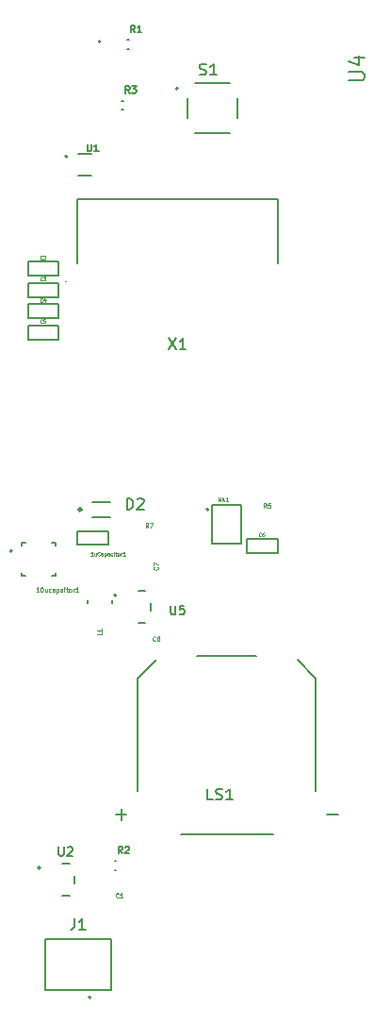
<source format=gbr>
%TF.GenerationSoftware,KiCad,Pcbnew,9.0.2*%
%TF.CreationDate,2025-07-20T12:07:01-04:00*%
%TF.ProjectId,Glasses_V0.1,476c6173-7365-4735-9f56-302e312e6b69,rev?*%
%TF.SameCoordinates,Original*%
%TF.FileFunction,Legend,Top*%
%TF.FilePolarity,Positive*%
%FSLAX46Y46*%
G04 Gerber Fmt 4.6, Leading zero omitted, Abs format (unit mm)*
G04 Created by KiCad (PCBNEW 9.0.2) date 2025-07-20 12:07:01*
%MOMM*%
%LPD*%
G01*
G04 APERTURE LIST*
%ADD10C,0.150000*%
%ADD11C,0.098425*%
%ADD12C,0.080000*%
%ADD13C,0.080211*%
%ADD14C,0.127000*%
%ADD15C,0.200000*%
%ADD16C,0.240000*%
%ADD17C,0.100000*%
G04 APERTURE END LIST*
D10*
X38259380Y-48306876D02*
X38259380Y-48824971D01*
X38259380Y-48824971D02*
X38289857Y-48885923D01*
X38289857Y-48885923D02*
X38320333Y-48916400D01*
X38320333Y-48916400D02*
X38381285Y-48946876D01*
X38381285Y-48946876D02*
X38503190Y-48946876D01*
X38503190Y-48946876D02*
X38564142Y-48916400D01*
X38564142Y-48916400D02*
X38594619Y-48885923D01*
X38594619Y-48885923D02*
X38625095Y-48824971D01*
X38625095Y-48824971D02*
X38625095Y-48306876D01*
X39265095Y-48946876D02*
X38899380Y-48946876D01*
X39082237Y-48946876D02*
X39082237Y-48306876D01*
X39082237Y-48306876D02*
X39021285Y-48398304D01*
X39021285Y-48398304D02*
X38960333Y-48459257D01*
X38960333Y-48459257D02*
X38899380Y-48489733D01*
D11*
X44384383Y-92849519D02*
X44365635Y-92868267D01*
X44365635Y-92868267D02*
X44309392Y-92887014D01*
X44309392Y-92887014D02*
X44271897Y-92887014D01*
X44271897Y-92887014D02*
X44215654Y-92868267D01*
X44215654Y-92868267D02*
X44178159Y-92830771D01*
X44178159Y-92830771D02*
X44159411Y-92793276D01*
X44159411Y-92793276D02*
X44140663Y-92718285D01*
X44140663Y-92718285D02*
X44140663Y-92662042D01*
X44140663Y-92662042D02*
X44159411Y-92587052D01*
X44159411Y-92587052D02*
X44178159Y-92549556D01*
X44178159Y-92549556D02*
X44215654Y-92512061D01*
X44215654Y-92512061D02*
X44271897Y-92493313D01*
X44271897Y-92493313D02*
X44309392Y-92493313D01*
X44309392Y-92493313D02*
X44365635Y-92512061D01*
X44365635Y-92512061D02*
X44384383Y-92530809D01*
X44609355Y-92662042D02*
X44571860Y-92643295D01*
X44571860Y-92643295D02*
X44553112Y-92624547D01*
X44553112Y-92624547D02*
X44534364Y-92587052D01*
X44534364Y-92587052D02*
X44534364Y-92568304D01*
X44534364Y-92568304D02*
X44553112Y-92530809D01*
X44553112Y-92530809D02*
X44571860Y-92512061D01*
X44571860Y-92512061D02*
X44609355Y-92493313D01*
X44609355Y-92493313D02*
X44684346Y-92493313D01*
X44684346Y-92493313D02*
X44721841Y-92512061D01*
X44721841Y-92512061D02*
X44740589Y-92530809D01*
X44740589Y-92530809D02*
X44759336Y-92568304D01*
X44759336Y-92568304D02*
X44759336Y-92587052D01*
X44759336Y-92587052D02*
X44740589Y-92624547D01*
X44740589Y-92624547D02*
X44721841Y-92643295D01*
X44721841Y-92643295D02*
X44684346Y-92662042D01*
X44684346Y-92662042D02*
X44609355Y-92662042D01*
X44609355Y-92662042D02*
X44571860Y-92680790D01*
X44571860Y-92680790D02*
X44553112Y-92699538D01*
X44553112Y-92699538D02*
X44534364Y-92737033D01*
X44534364Y-92737033D02*
X44534364Y-92812024D01*
X44534364Y-92812024D02*
X44553112Y-92849519D01*
X44553112Y-92849519D02*
X44571860Y-92868267D01*
X44571860Y-92868267D02*
X44609355Y-92887014D01*
X44609355Y-92887014D02*
X44684346Y-92887014D01*
X44684346Y-92887014D02*
X44721841Y-92868267D01*
X44721841Y-92868267D02*
X44740589Y-92849519D01*
X44740589Y-92849519D02*
X44759336Y-92812024D01*
X44759336Y-92812024D02*
X44759336Y-92737033D01*
X44759336Y-92737033D02*
X44740589Y-92699538D01*
X44740589Y-92699538D02*
X44721841Y-92680790D01*
X44721841Y-92680790D02*
X44684346Y-92662042D01*
X54334383Y-80946014D02*
X54203149Y-80758538D01*
X54109411Y-80946014D02*
X54109411Y-80552313D01*
X54109411Y-80552313D02*
X54259392Y-80552313D01*
X54259392Y-80552313D02*
X54296888Y-80571061D01*
X54296888Y-80571061D02*
X54315635Y-80589809D01*
X54315635Y-80589809D02*
X54334383Y-80627304D01*
X54334383Y-80627304D02*
X54334383Y-80683547D01*
X54334383Y-80683547D02*
X54315635Y-80721042D01*
X54315635Y-80721042D02*
X54296888Y-80739790D01*
X54296888Y-80739790D02*
X54259392Y-80758538D01*
X54259392Y-80758538D02*
X54109411Y-80758538D01*
X54690589Y-80552313D02*
X54503112Y-80552313D01*
X54503112Y-80552313D02*
X54484364Y-80739790D01*
X54484364Y-80739790D02*
X54503112Y-80721042D01*
X54503112Y-80721042D02*
X54540607Y-80702295D01*
X54540607Y-80702295D02*
X54634346Y-80702295D01*
X54634346Y-80702295D02*
X54671841Y-80721042D01*
X54671841Y-80721042D02*
X54690589Y-80739790D01*
X54690589Y-80739790D02*
X54709336Y-80777285D01*
X54709336Y-80777285D02*
X54709336Y-80871024D01*
X54709336Y-80871024D02*
X54690589Y-80908519D01*
X54690589Y-80908519D02*
X54671841Y-80927267D01*
X54671841Y-80927267D02*
X54634346Y-80946014D01*
X54634346Y-80946014D02*
X54540607Y-80946014D01*
X54540607Y-80946014D02*
X54503112Y-80927267D01*
X54503112Y-80927267D02*
X54484364Y-80908519D01*
D12*
X34211666Y-58620201D02*
X34196428Y-58635440D01*
X34196428Y-58635440D02*
X34150714Y-58650678D01*
X34150714Y-58650678D02*
X34120238Y-58650678D01*
X34120238Y-58650678D02*
X34074523Y-58635440D01*
X34074523Y-58635440D02*
X34044047Y-58604963D01*
X34044047Y-58604963D02*
X34028809Y-58574487D01*
X34028809Y-58574487D02*
X34013571Y-58513535D01*
X34013571Y-58513535D02*
X34013571Y-58467820D01*
X34013571Y-58467820D02*
X34028809Y-58406868D01*
X34028809Y-58406868D02*
X34044047Y-58376392D01*
X34044047Y-58376392D02*
X34074523Y-58345916D01*
X34074523Y-58345916D02*
X34120238Y-58330678D01*
X34120238Y-58330678D02*
X34150714Y-58330678D01*
X34150714Y-58330678D02*
X34196428Y-58345916D01*
X34196428Y-58345916D02*
X34211666Y-58361154D01*
X34333571Y-58361154D02*
X34348809Y-58345916D01*
X34348809Y-58345916D02*
X34379285Y-58330678D01*
X34379285Y-58330678D02*
X34455476Y-58330678D01*
X34455476Y-58330678D02*
X34485952Y-58345916D01*
X34485952Y-58345916D02*
X34501190Y-58361154D01*
X34501190Y-58361154D02*
X34516428Y-58391630D01*
X34516428Y-58391630D02*
X34516428Y-58422106D01*
X34516428Y-58422106D02*
X34501190Y-58467820D01*
X34501190Y-58467820D02*
X34318333Y-58650678D01*
X34318333Y-58650678D02*
X34516428Y-58650678D01*
D10*
X42065333Y-43751876D02*
X41851999Y-43447114D01*
X41699618Y-43751876D02*
X41699618Y-43111876D01*
X41699618Y-43111876D02*
X41943428Y-43111876D01*
X41943428Y-43111876D02*
X42004380Y-43142352D01*
X42004380Y-43142352D02*
X42034857Y-43172828D01*
X42034857Y-43172828D02*
X42065333Y-43233780D01*
X42065333Y-43233780D02*
X42065333Y-43325209D01*
X42065333Y-43325209D02*
X42034857Y-43386161D01*
X42034857Y-43386161D02*
X42004380Y-43416638D01*
X42004380Y-43416638D02*
X41943428Y-43447114D01*
X41943428Y-43447114D02*
X41699618Y-43447114D01*
X42278666Y-43111876D02*
X42674857Y-43111876D01*
X42674857Y-43111876D02*
X42461523Y-43355685D01*
X42461523Y-43355685D02*
X42552952Y-43355685D01*
X42552952Y-43355685D02*
X42613904Y-43386161D01*
X42613904Y-43386161D02*
X42644380Y-43416638D01*
X42644380Y-43416638D02*
X42674857Y-43477590D01*
X42674857Y-43477590D02*
X42674857Y-43629971D01*
X42674857Y-43629971D02*
X42644380Y-43690923D01*
X42644380Y-43690923D02*
X42613904Y-43721400D01*
X42613904Y-43721400D02*
X42552952Y-43751876D01*
X42552952Y-43751876D02*
X42370095Y-43751876D01*
X42370095Y-43751876D02*
X42309142Y-43721400D01*
X42309142Y-43721400D02*
X42278666Y-43690923D01*
D11*
X39547014Y-92140616D02*
X39547014Y-92328092D01*
X39547014Y-92328092D02*
X39153313Y-92328092D01*
X39547014Y-91803158D02*
X39547014Y-92028130D01*
X39547014Y-91915644D02*
X39153313Y-91915644D01*
X39153313Y-91915644D02*
X39209556Y-91953139D01*
X39209556Y-91953139D02*
X39247052Y-91990635D01*
X39247052Y-91990635D02*
X39265799Y-92028130D01*
X43749383Y-82727014D02*
X43618149Y-82539538D01*
X43524411Y-82727014D02*
X43524411Y-82333313D01*
X43524411Y-82333313D02*
X43674392Y-82333313D01*
X43674392Y-82333313D02*
X43711888Y-82352061D01*
X43711888Y-82352061D02*
X43730635Y-82370809D01*
X43730635Y-82370809D02*
X43749383Y-82408304D01*
X43749383Y-82408304D02*
X43749383Y-82464547D01*
X43749383Y-82464547D02*
X43730635Y-82502042D01*
X43730635Y-82502042D02*
X43711888Y-82520790D01*
X43711888Y-82520790D02*
X43674392Y-82539538D01*
X43674392Y-82539538D02*
X43524411Y-82539538D01*
X43880617Y-82333313D02*
X44143084Y-82333313D01*
X44143084Y-82333313D02*
X43974355Y-82727014D01*
D10*
X41806905Y-81099819D02*
X41806905Y-80099819D01*
X41806905Y-80099819D02*
X42045000Y-80099819D01*
X42045000Y-80099819D02*
X42187857Y-80147438D01*
X42187857Y-80147438D02*
X42283095Y-80242676D01*
X42283095Y-80242676D02*
X42330714Y-80337914D01*
X42330714Y-80337914D02*
X42378333Y-80528390D01*
X42378333Y-80528390D02*
X42378333Y-80671247D01*
X42378333Y-80671247D02*
X42330714Y-80861723D01*
X42330714Y-80861723D02*
X42283095Y-80956961D01*
X42283095Y-80956961D02*
X42187857Y-81052200D01*
X42187857Y-81052200D02*
X42045000Y-81099819D01*
X42045000Y-81099819D02*
X41806905Y-81099819D01*
X42759286Y-80195057D02*
X42806905Y-80147438D01*
X42806905Y-80147438D02*
X42902143Y-80099819D01*
X42902143Y-80099819D02*
X43140238Y-80099819D01*
X43140238Y-80099819D02*
X43235476Y-80147438D01*
X43235476Y-80147438D02*
X43283095Y-80195057D01*
X43283095Y-80195057D02*
X43330714Y-80290295D01*
X43330714Y-80290295D02*
X43330714Y-80385533D01*
X43330714Y-80385533D02*
X43283095Y-80528390D01*
X43283095Y-80528390D02*
X42711667Y-81099819D01*
X42711667Y-81099819D02*
X43330714Y-81099819D01*
D12*
X53871666Y-83469201D02*
X53856428Y-83484440D01*
X53856428Y-83484440D02*
X53810714Y-83499678D01*
X53810714Y-83499678D02*
X53780238Y-83499678D01*
X53780238Y-83499678D02*
X53734523Y-83484440D01*
X53734523Y-83484440D02*
X53704047Y-83453963D01*
X53704047Y-83453963D02*
X53688809Y-83423487D01*
X53688809Y-83423487D02*
X53673571Y-83362535D01*
X53673571Y-83362535D02*
X53673571Y-83316820D01*
X53673571Y-83316820D02*
X53688809Y-83255868D01*
X53688809Y-83255868D02*
X53704047Y-83225392D01*
X53704047Y-83225392D02*
X53734523Y-83194916D01*
X53734523Y-83194916D02*
X53780238Y-83179678D01*
X53780238Y-83179678D02*
X53810714Y-83179678D01*
X53810714Y-83179678D02*
X53856428Y-83194916D01*
X53856428Y-83194916D02*
X53871666Y-83210154D01*
X54145952Y-83179678D02*
X54084999Y-83179678D01*
X54084999Y-83179678D02*
X54054523Y-83194916D01*
X54054523Y-83194916D02*
X54039285Y-83210154D01*
X54039285Y-83210154D02*
X54008809Y-83255868D01*
X54008809Y-83255868D02*
X53993571Y-83316820D01*
X53993571Y-83316820D02*
X53993571Y-83438725D01*
X53993571Y-83438725D02*
X54008809Y-83469201D01*
X54008809Y-83469201D02*
X54024047Y-83484440D01*
X54024047Y-83484440D02*
X54054523Y-83499678D01*
X54054523Y-83499678D02*
X54115476Y-83499678D01*
X54115476Y-83499678D02*
X54145952Y-83484440D01*
X54145952Y-83484440D02*
X54161190Y-83469201D01*
X54161190Y-83469201D02*
X54176428Y-83438725D01*
X54176428Y-83438725D02*
X54176428Y-83362535D01*
X54176428Y-83362535D02*
X54161190Y-83332059D01*
X54161190Y-83332059D02*
X54145952Y-83316820D01*
X54145952Y-83316820D02*
X54115476Y-83301582D01*
X54115476Y-83301582D02*
X54054523Y-83301582D01*
X54054523Y-83301582D02*
X54024047Y-83316820D01*
X54024047Y-83316820D02*
X54008809Y-83332059D01*
X54008809Y-83332059D02*
X53993571Y-83362535D01*
D10*
X61770866Y-42626666D02*
X62904200Y-42626666D01*
X62904200Y-42626666D02*
X63037533Y-42560000D01*
X63037533Y-42560000D02*
X63104200Y-42493333D01*
X63104200Y-42493333D02*
X63170866Y-42360000D01*
X63170866Y-42360000D02*
X63170866Y-42093333D01*
X63170866Y-42093333D02*
X63104200Y-41960000D01*
X63104200Y-41960000D02*
X63037533Y-41893333D01*
X63037533Y-41893333D02*
X62904200Y-41826666D01*
X62904200Y-41826666D02*
X61770866Y-41826666D01*
X62237533Y-40559999D02*
X63170866Y-40559999D01*
X61704200Y-40893333D02*
X62704200Y-41226666D01*
X62704200Y-41226666D02*
X62704200Y-40359999D01*
D11*
X44589519Y-86264616D02*
X44608267Y-86283364D01*
X44608267Y-86283364D02*
X44627014Y-86339607D01*
X44627014Y-86339607D02*
X44627014Y-86377102D01*
X44627014Y-86377102D02*
X44608267Y-86433345D01*
X44608267Y-86433345D02*
X44570771Y-86470841D01*
X44570771Y-86470841D02*
X44533276Y-86489588D01*
X44533276Y-86489588D02*
X44458285Y-86508336D01*
X44458285Y-86508336D02*
X44402042Y-86508336D01*
X44402042Y-86508336D02*
X44327052Y-86489588D01*
X44327052Y-86489588D02*
X44289556Y-86470841D01*
X44289556Y-86470841D02*
X44252061Y-86433345D01*
X44252061Y-86433345D02*
X44233313Y-86377102D01*
X44233313Y-86377102D02*
X44233313Y-86339607D01*
X44233313Y-86339607D02*
X44252061Y-86283364D01*
X44252061Y-86283364D02*
X44270809Y-86264616D01*
X44233313Y-86133383D02*
X44233313Y-85870915D01*
X44233313Y-85870915D02*
X44627014Y-86039644D01*
D10*
X37106666Y-117789819D02*
X37106666Y-118504104D01*
X37106666Y-118504104D02*
X37059047Y-118646961D01*
X37059047Y-118646961D02*
X36963809Y-118742200D01*
X36963809Y-118742200D02*
X36820952Y-118789819D01*
X36820952Y-118789819D02*
X36725714Y-118789819D01*
X38106666Y-118789819D02*
X37535238Y-118789819D01*
X37820952Y-118789819D02*
X37820952Y-117789819D01*
X37820952Y-117789819D02*
X37725714Y-117932676D01*
X37725714Y-117932676D02*
X37630476Y-118027914D01*
X37630476Y-118027914D02*
X37535238Y-118075533D01*
D12*
X34211666Y-62430201D02*
X34196428Y-62445440D01*
X34196428Y-62445440D02*
X34150714Y-62460678D01*
X34150714Y-62460678D02*
X34120238Y-62460678D01*
X34120238Y-62460678D02*
X34074523Y-62445440D01*
X34074523Y-62445440D02*
X34044047Y-62414963D01*
X34044047Y-62414963D02*
X34028809Y-62384487D01*
X34028809Y-62384487D02*
X34013571Y-62323535D01*
X34013571Y-62323535D02*
X34013571Y-62277820D01*
X34013571Y-62277820D02*
X34028809Y-62216868D01*
X34028809Y-62216868D02*
X34044047Y-62186392D01*
X34044047Y-62186392D02*
X34074523Y-62155916D01*
X34074523Y-62155916D02*
X34120238Y-62140678D01*
X34120238Y-62140678D02*
X34150714Y-62140678D01*
X34150714Y-62140678D02*
X34196428Y-62155916D01*
X34196428Y-62155916D02*
X34211666Y-62171154D01*
X34485952Y-62247344D02*
X34485952Y-62460678D01*
X34409761Y-62125440D02*
X34333571Y-62354011D01*
X34333571Y-62354011D02*
X34531666Y-62354011D01*
D10*
X48356095Y-42069200D02*
X48498952Y-42116819D01*
X48498952Y-42116819D02*
X48737047Y-42116819D01*
X48737047Y-42116819D02*
X48832285Y-42069200D01*
X48832285Y-42069200D02*
X48879904Y-42021580D01*
X48879904Y-42021580D02*
X48927523Y-41926342D01*
X48927523Y-41926342D02*
X48927523Y-41831104D01*
X48927523Y-41831104D02*
X48879904Y-41735866D01*
X48879904Y-41735866D02*
X48832285Y-41688247D01*
X48832285Y-41688247D02*
X48737047Y-41640628D01*
X48737047Y-41640628D02*
X48546571Y-41593009D01*
X48546571Y-41593009D02*
X48451333Y-41545390D01*
X48451333Y-41545390D02*
X48403714Y-41497771D01*
X48403714Y-41497771D02*
X48356095Y-41402533D01*
X48356095Y-41402533D02*
X48356095Y-41307295D01*
X48356095Y-41307295D02*
X48403714Y-41212057D01*
X48403714Y-41212057D02*
X48451333Y-41164438D01*
X48451333Y-41164438D02*
X48546571Y-41116819D01*
X48546571Y-41116819D02*
X48784666Y-41116819D01*
X48784666Y-41116819D02*
X48927523Y-41164438D01*
X49879904Y-42116819D02*
X49308476Y-42116819D01*
X49594190Y-42116819D02*
X49594190Y-41116819D01*
X49594190Y-41116819D02*
X49498952Y-41259676D01*
X49498952Y-41259676D02*
X49403714Y-41354914D01*
X49403714Y-41354914D02*
X49308476Y-41402533D01*
D12*
X38761428Y-85233878D02*
X38578571Y-85233878D01*
X38669999Y-85233878D02*
X38669999Y-84913878D01*
X38669999Y-84913878D02*
X38639523Y-84959592D01*
X38639523Y-84959592D02*
X38609047Y-84990068D01*
X38609047Y-84990068D02*
X38578571Y-85005306D01*
X39035714Y-85020544D02*
X39035714Y-85233878D01*
X38898571Y-85020544D02*
X38898571Y-85188163D01*
X38898571Y-85188163D02*
X38913809Y-85218640D01*
X38913809Y-85218640D02*
X38944285Y-85233878D01*
X38944285Y-85233878D02*
X38990000Y-85233878D01*
X38990000Y-85233878D02*
X39020476Y-85218640D01*
X39020476Y-85218640D02*
X39035714Y-85203401D01*
X39370952Y-85203401D02*
X39355714Y-85218640D01*
X39355714Y-85218640D02*
X39310000Y-85233878D01*
X39310000Y-85233878D02*
X39279524Y-85233878D01*
X39279524Y-85233878D02*
X39233809Y-85218640D01*
X39233809Y-85218640D02*
X39203333Y-85188163D01*
X39203333Y-85188163D02*
X39188095Y-85157687D01*
X39188095Y-85157687D02*
X39172857Y-85096735D01*
X39172857Y-85096735D02*
X39172857Y-85051020D01*
X39172857Y-85051020D02*
X39188095Y-84990068D01*
X39188095Y-84990068D02*
X39203333Y-84959592D01*
X39203333Y-84959592D02*
X39233809Y-84929116D01*
X39233809Y-84929116D02*
X39279524Y-84913878D01*
X39279524Y-84913878D02*
X39310000Y-84913878D01*
X39310000Y-84913878D02*
X39355714Y-84929116D01*
X39355714Y-84929116D02*
X39370952Y-84944354D01*
X39645238Y-85233878D02*
X39645238Y-85066259D01*
X39645238Y-85066259D02*
X39630000Y-85035782D01*
X39630000Y-85035782D02*
X39599524Y-85020544D01*
X39599524Y-85020544D02*
X39538571Y-85020544D01*
X39538571Y-85020544D02*
X39508095Y-85035782D01*
X39645238Y-85218640D02*
X39614762Y-85233878D01*
X39614762Y-85233878D02*
X39538571Y-85233878D01*
X39538571Y-85233878D02*
X39508095Y-85218640D01*
X39508095Y-85218640D02*
X39492857Y-85188163D01*
X39492857Y-85188163D02*
X39492857Y-85157687D01*
X39492857Y-85157687D02*
X39508095Y-85127211D01*
X39508095Y-85127211D02*
X39538571Y-85111973D01*
X39538571Y-85111973D02*
X39614762Y-85111973D01*
X39614762Y-85111973D02*
X39645238Y-85096735D01*
X39797619Y-85020544D02*
X39797619Y-85340544D01*
X39797619Y-85035782D02*
X39828095Y-85020544D01*
X39828095Y-85020544D02*
X39889048Y-85020544D01*
X39889048Y-85020544D02*
X39919524Y-85035782D01*
X39919524Y-85035782D02*
X39934762Y-85051020D01*
X39934762Y-85051020D02*
X39950000Y-85081497D01*
X39950000Y-85081497D02*
X39950000Y-85172925D01*
X39950000Y-85172925D02*
X39934762Y-85203401D01*
X39934762Y-85203401D02*
X39919524Y-85218640D01*
X39919524Y-85218640D02*
X39889048Y-85233878D01*
X39889048Y-85233878D02*
X39828095Y-85233878D01*
X39828095Y-85233878D02*
X39797619Y-85218640D01*
X40224286Y-85233878D02*
X40224286Y-85066259D01*
X40224286Y-85066259D02*
X40209048Y-85035782D01*
X40209048Y-85035782D02*
X40178572Y-85020544D01*
X40178572Y-85020544D02*
X40117619Y-85020544D01*
X40117619Y-85020544D02*
X40087143Y-85035782D01*
X40224286Y-85218640D02*
X40193810Y-85233878D01*
X40193810Y-85233878D02*
X40117619Y-85233878D01*
X40117619Y-85233878D02*
X40087143Y-85218640D01*
X40087143Y-85218640D02*
X40071905Y-85188163D01*
X40071905Y-85188163D02*
X40071905Y-85157687D01*
X40071905Y-85157687D02*
X40087143Y-85127211D01*
X40087143Y-85127211D02*
X40117619Y-85111973D01*
X40117619Y-85111973D02*
X40193810Y-85111973D01*
X40193810Y-85111973D02*
X40224286Y-85096735D01*
X40513810Y-85218640D02*
X40483334Y-85233878D01*
X40483334Y-85233878D02*
X40422381Y-85233878D01*
X40422381Y-85233878D02*
X40391905Y-85218640D01*
X40391905Y-85218640D02*
X40376667Y-85203401D01*
X40376667Y-85203401D02*
X40361429Y-85172925D01*
X40361429Y-85172925D02*
X40361429Y-85081497D01*
X40361429Y-85081497D02*
X40376667Y-85051020D01*
X40376667Y-85051020D02*
X40391905Y-85035782D01*
X40391905Y-85035782D02*
X40422381Y-85020544D01*
X40422381Y-85020544D02*
X40483334Y-85020544D01*
X40483334Y-85020544D02*
X40513810Y-85035782D01*
X40650953Y-85233878D02*
X40650953Y-85020544D01*
X40650953Y-84913878D02*
X40635715Y-84929116D01*
X40635715Y-84929116D02*
X40650953Y-84944354D01*
X40650953Y-84944354D02*
X40666191Y-84929116D01*
X40666191Y-84929116D02*
X40650953Y-84913878D01*
X40650953Y-84913878D02*
X40650953Y-84944354D01*
X40757620Y-85020544D02*
X40879524Y-85020544D01*
X40803334Y-84913878D02*
X40803334Y-85188163D01*
X40803334Y-85188163D02*
X40818572Y-85218640D01*
X40818572Y-85218640D02*
X40849048Y-85233878D01*
X40849048Y-85233878D02*
X40879524Y-85233878D01*
X41031905Y-85233878D02*
X41001429Y-85218640D01*
X41001429Y-85218640D02*
X40986191Y-85203401D01*
X40986191Y-85203401D02*
X40970953Y-85172925D01*
X40970953Y-85172925D02*
X40970953Y-85081497D01*
X40970953Y-85081497D02*
X40986191Y-85051020D01*
X40986191Y-85051020D02*
X41001429Y-85035782D01*
X41001429Y-85035782D02*
X41031905Y-85020544D01*
X41031905Y-85020544D02*
X41077620Y-85020544D01*
X41077620Y-85020544D02*
X41108096Y-85035782D01*
X41108096Y-85035782D02*
X41123334Y-85051020D01*
X41123334Y-85051020D02*
X41138572Y-85081497D01*
X41138572Y-85081497D02*
X41138572Y-85172925D01*
X41138572Y-85172925D02*
X41123334Y-85203401D01*
X41123334Y-85203401D02*
X41108096Y-85218640D01*
X41108096Y-85218640D02*
X41077620Y-85233878D01*
X41077620Y-85233878D02*
X41031905Y-85233878D01*
X41275715Y-85233878D02*
X41275715Y-85020544D01*
X41275715Y-85081497D02*
X41290953Y-85051020D01*
X41290953Y-85051020D02*
X41306191Y-85035782D01*
X41306191Y-85035782D02*
X41336667Y-85020544D01*
X41336667Y-85020544D02*
X41367144Y-85020544D01*
X41641429Y-85233878D02*
X41458572Y-85233878D01*
X41550000Y-85233878D02*
X41550000Y-84913878D01*
X41550000Y-84913878D02*
X41519524Y-84959592D01*
X41519524Y-84959592D02*
X41489048Y-84990068D01*
X41489048Y-84990068D02*
X41458572Y-85005306D01*
X34211666Y-60525201D02*
X34196428Y-60540440D01*
X34196428Y-60540440D02*
X34150714Y-60555678D01*
X34150714Y-60555678D02*
X34120238Y-60555678D01*
X34120238Y-60555678D02*
X34074523Y-60540440D01*
X34074523Y-60540440D02*
X34044047Y-60509963D01*
X34044047Y-60509963D02*
X34028809Y-60479487D01*
X34028809Y-60479487D02*
X34013571Y-60418535D01*
X34013571Y-60418535D02*
X34013571Y-60372820D01*
X34013571Y-60372820D02*
X34028809Y-60311868D01*
X34028809Y-60311868D02*
X34044047Y-60281392D01*
X34044047Y-60281392D02*
X34074523Y-60250916D01*
X34074523Y-60250916D02*
X34120238Y-60235678D01*
X34120238Y-60235678D02*
X34150714Y-60235678D01*
X34150714Y-60235678D02*
X34196428Y-60250916D01*
X34196428Y-60250916D02*
X34211666Y-60266154D01*
X34318333Y-60235678D02*
X34516428Y-60235678D01*
X34516428Y-60235678D02*
X34409761Y-60357582D01*
X34409761Y-60357582D02*
X34455476Y-60357582D01*
X34455476Y-60357582D02*
X34485952Y-60372820D01*
X34485952Y-60372820D02*
X34501190Y-60388059D01*
X34501190Y-60388059D02*
X34516428Y-60418535D01*
X34516428Y-60418535D02*
X34516428Y-60494725D01*
X34516428Y-60494725D02*
X34501190Y-60525201D01*
X34501190Y-60525201D02*
X34485952Y-60540440D01*
X34485952Y-60540440D02*
X34455476Y-60555678D01*
X34455476Y-60555678D02*
X34364047Y-60555678D01*
X34364047Y-60555678D02*
X34333571Y-60540440D01*
X34333571Y-60540440D02*
X34318333Y-60525201D01*
D13*
X50044971Y-80339122D02*
X50044971Y-80018280D01*
X50044971Y-80018280D02*
X50151919Y-80247453D01*
X50151919Y-80247453D02*
X50258866Y-80018280D01*
X50258866Y-80018280D02*
X50258866Y-80339122D01*
X50411648Y-80339122D02*
X50411648Y-80018280D01*
X50594987Y-80339122D02*
X50457483Y-80155783D01*
X50594987Y-80018280D02*
X50411648Y-80201618D01*
X50900551Y-80339122D02*
X50717212Y-80339122D01*
X50808881Y-80339122D02*
X50808881Y-80018280D01*
X50808881Y-80018280D02*
X50778325Y-80064114D01*
X50778325Y-80064114D02*
X50747769Y-80094671D01*
X50747769Y-80094671D02*
X50717212Y-80109949D01*
D10*
X49522142Y-107134819D02*
X49045952Y-107134819D01*
X49045952Y-107134819D02*
X49045952Y-106134819D01*
X49807857Y-107087200D02*
X49950714Y-107134819D01*
X49950714Y-107134819D02*
X50188809Y-107134819D01*
X50188809Y-107134819D02*
X50284047Y-107087200D01*
X50284047Y-107087200D02*
X50331666Y-107039580D01*
X50331666Y-107039580D02*
X50379285Y-106944342D01*
X50379285Y-106944342D02*
X50379285Y-106849104D01*
X50379285Y-106849104D02*
X50331666Y-106753866D01*
X50331666Y-106753866D02*
X50284047Y-106706247D01*
X50284047Y-106706247D02*
X50188809Y-106658628D01*
X50188809Y-106658628D02*
X49998333Y-106611009D01*
X49998333Y-106611009D02*
X49903095Y-106563390D01*
X49903095Y-106563390D02*
X49855476Y-106515771D01*
X49855476Y-106515771D02*
X49807857Y-106420533D01*
X49807857Y-106420533D02*
X49807857Y-106325295D01*
X49807857Y-106325295D02*
X49855476Y-106230057D01*
X49855476Y-106230057D02*
X49903095Y-106182438D01*
X49903095Y-106182438D02*
X49998333Y-106134819D01*
X49998333Y-106134819D02*
X50236428Y-106134819D01*
X50236428Y-106134819D02*
X50379285Y-106182438D01*
X51331666Y-107134819D02*
X50760238Y-107134819D01*
X51045952Y-107134819D02*
X51045952Y-106134819D01*
X51045952Y-106134819D02*
X50950714Y-106277676D01*
X50950714Y-106277676D02*
X50855476Y-106372914D01*
X50855476Y-106372914D02*
X50760238Y-106420533D01*
D12*
X34211666Y-64335201D02*
X34196428Y-64350440D01*
X34196428Y-64350440D02*
X34150714Y-64365678D01*
X34150714Y-64365678D02*
X34120238Y-64365678D01*
X34120238Y-64365678D02*
X34074523Y-64350440D01*
X34074523Y-64350440D02*
X34044047Y-64319963D01*
X34044047Y-64319963D02*
X34028809Y-64289487D01*
X34028809Y-64289487D02*
X34013571Y-64228535D01*
X34013571Y-64228535D02*
X34013571Y-64182820D01*
X34013571Y-64182820D02*
X34028809Y-64121868D01*
X34028809Y-64121868D02*
X34044047Y-64091392D01*
X34044047Y-64091392D02*
X34074523Y-64060916D01*
X34074523Y-64060916D02*
X34120238Y-64045678D01*
X34120238Y-64045678D02*
X34150714Y-64045678D01*
X34150714Y-64045678D02*
X34196428Y-64060916D01*
X34196428Y-64060916D02*
X34211666Y-64076154D01*
X34501190Y-64045678D02*
X34348809Y-64045678D01*
X34348809Y-64045678D02*
X34333571Y-64198059D01*
X34333571Y-64198059D02*
X34348809Y-64182820D01*
X34348809Y-64182820D02*
X34379285Y-64167582D01*
X34379285Y-64167582D02*
X34455476Y-64167582D01*
X34455476Y-64167582D02*
X34485952Y-64182820D01*
X34485952Y-64182820D02*
X34501190Y-64198059D01*
X34501190Y-64198059D02*
X34516428Y-64228535D01*
X34516428Y-64228535D02*
X34516428Y-64304725D01*
X34516428Y-64304725D02*
X34501190Y-64335201D01*
X34501190Y-64335201D02*
X34485952Y-64350440D01*
X34485952Y-64350440D02*
X34455476Y-64365678D01*
X34455476Y-64365678D02*
X34379285Y-64365678D01*
X34379285Y-64365678D02*
X34348809Y-64350440D01*
X34348809Y-64350440D02*
X34333571Y-64335201D01*
D11*
X33906339Y-88490879D02*
X33681367Y-88490879D01*
X33793853Y-88490879D02*
X33793853Y-88097178D01*
X33793853Y-88097178D02*
X33756358Y-88153421D01*
X33756358Y-88153421D02*
X33718863Y-88190917D01*
X33718863Y-88190917D02*
X33681367Y-88209664D01*
X34150059Y-88097178D02*
X34187554Y-88097178D01*
X34187554Y-88097178D02*
X34225049Y-88115926D01*
X34225049Y-88115926D02*
X34243797Y-88134674D01*
X34243797Y-88134674D02*
X34262545Y-88172169D01*
X34262545Y-88172169D02*
X34281292Y-88247160D01*
X34281292Y-88247160D02*
X34281292Y-88340898D01*
X34281292Y-88340898D02*
X34262545Y-88415889D01*
X34262545Y-88415889D02*
X34243797Y-88453384D01*
X34243797Y-88453384D02*
X34225049Y-88472132D01*
X34225049Y-88472132D02*
X34187554Y-88490879D01*
X34187554Y-88490879D02*
X34150059Y-88490879D01*
X34150059Y-88490879D02*
X34112563Y-88472132D01*
X34112563Y-88472132D02*
X34093816Y-88453384D01*
X34093816Y-88453384D02*
X34075068Y-88415889D01*
X34075068Y-88415889D02*
X34056320Y-88340898D01*
X34056320Y-88340898D02*
X34056320Y-88247160D01*
X34056320Y-88247160D02*
X34075068Y-88172169D01*
X34075068Y-88172169D02*
X34093816Y-88134674D01*
X34093816Y-88134674D02*
X34112563Y-88115926D01*
X34112563Y-88115926D02*
X34150059Y-88097178D01*
X34618750Y-88228412D02*
X34618750Y-88490879D01*
X34450021Y-88228412D02*
X34450021Y-88434636D01*
X34450021Y-88434636D02*
X34468769Y-88472132D01*
X34468769Y-88472132D02*
X34506264Y-88490879D01*
X34506264Y-88490879D02*
X34562507Y-88490879D01*
X34562507Y-88490879D02*
X34600002Y-88472132D01*
X34600002Y-88472132D02*
X34618750Y-88453384D01*
X34974956Y-88472132D02*
X34937461Y-88490879D01*
X34937461Y-88490879D02*
X34862470Y-88490879D01*
X34862470Y-88490879D02*
X34824975Y-88472132D01*
X34824975Y-88472132D02*
X34806227Y-88453384D01*
X34806227Y-88453384D02*
X34787479Y-88415889D01*
X34787479Y-88415889D02*
X34787479Y-88303403D01*
X34787479Y-88303403D02*
X34806227Y-88265907D01*
X34806227Y-88265907D02*
X34824975Y-88247160D01*
X34824975Y-88247160D02*
X34862470Y-88228412D01*
X34862470Y-88228412D02*
X34937461Y-88228412D01*
X34937461Y-88228412D02*
X34974956Y-88247160D01*
X35312414Y-88490879D02*
X35312414Y-88284655D01*
X35312414Y-88284655D02*
X35293666Y-88247160D01*
X35293666Y-88247160D02*
X35256171Y-88228412D01*
X35256171Y-88228412D02*
X35181180Y-88228412D01*
X35181180Y-88228412D02*
X35143685Y-88247160D01*
X35312414Y-88472132D02*
X35274919Y-88490879D01*
X35274919Y-88490879D02*
X35181180Y-88490879D01*
X35181180Y-88490879D02*
X35143685Y-88472132D01*
X35143685Y-88472132D02*
X35124937Y-88434636D01*
X35124937Y-88434636D02*
X35124937Y-88397141D01*
X35124937Y-88397141D02*
X35143685Y-88359646D01*
X35143685Y-88359646D02*
X35181180Y-88340898D01*
X35181180Y-88340898D02*
X35274919Y-88340898D01*
X35274919Y-88340898D02*
X35312414Y-88322150D01*
X35499891Y-88228412D02*
X35499891Y-88622113D01*
X35499891Y-88247160D02*
X35537386Y-88228412D01*
X35537386Y-88228412D02*
X35612377Y-88228412D01*
X35612377Y-88228412D02*
X35649872Y-88247160D01*
X35649872Y-88247160D02*
X35668620Y-88265907D01*
X35668620Y-88265907D02*
X35687368Y-88303403D01*
X35687368Y-88303403D02*
X35687368Y-88415889D01*
X35687368Y-88415889D02*
X35668620Y-88453384D01*
X35668620Y-88453384D02*
X35649872Y-88472132D01*
X35649872Y-88472132D02*
X35612377Y-88490879D01*
X35612377Y-88490879D02*
X35537386Y-88490879D01*
X35537386Y-88490879D02*
X35499891Y-88472132D01*
X36024826Y-88490879D02*
X36024826Y-88284655D01*
X36024826Y-88284655D02*
X36006078Y-88247160D01*
X36006078Y-88247160D02*
X35968583Y-88228412D01*
X35968583Y-88228412D02*
X35893592Y-88228412D01*
X35893592Y-88228412D02*
X35856097Y-88247160D01*
X36024826Y-88472132D02*
X35987331Y-88490879D01*
X35987331Y-88490879D02*
X35893592Y-88490879D01*
X35893592Y-88490879D02*
X35856097Y-88472132D01*
X35856097Y-88472132D02*
X35837349Y-88434636D01*
X35837349Y-88434636D02*
X35837349Y-88397141D01*
X35837349Y-88397141D02*
X35856097Y-88359646D01*
X35856097Y-88359646D02*
X35893592Y-88340898D01*
X35893592Y-88340898D02*
X35987331Y-88340898D01*
X35987331Y-88340898D02*
X36024826Y-88322150D01*
X36212303Y-88490879D02*
X36212303Y-88228412D01*
X36212303Y-88097178D02*
X36193555Y-88115926D01*
X36193555Y-88115926D02*
X36212303Y-88134674D01*
X36212303Y-88134674D02*
X36231051Y-88115926D01*
X36231051Y-88115926D02*
X36212303Y-88097178D01*
X36212303Y-88097178D02*
X36212303Y-88134674D01*
X36343537Y-88228412D02*
X36493518Y-88228412D01*
X36399780Y-88097178D02*
X36399780Y-88434636D01*
X36399780Y-88434636D02*
X36418528Y-88472132D01*
X36418528Y-88472132D02*
X36456023Y-88490879D01*
X36456023Y-88490879D02*
X36493518Y-88490879D01*
X36680995Y-88490879D02*
X36643500Y-88472132D01*
X36643500Y-88472132D02*
X36624752Y-88453384D01*
X36624752Y-88453384D02*
X36606004Y-88415889D01*
X36606004Y-88415889D02*
X36606004Y-88303403D01*
X36606004Y-88303403D02*
X36624752Y-88265907D01*
X36624752Y-88265907D02*
X36643500Y-88247160D01*
X36643500Y-88247160D02*
X36680995Y-88228412D01*
X36680995Y-88228412D02*
X36737238Y-88228412D01*
X36737238Y-88228412D02*
X36774733Y-88247160D01*
X36774733Y-88247160D02*
X36793481Y-88265907D01*
X36793481Y-88265907D02*
X36812229Y-88303403D01*
X36812229Y-88303403D02*
X36812229Y-88415889D01*
X36812229Y-88415889D02*
X36793481Y-88453384D01*
X36793481Y-88453384D02*
X36774733Y-88472132D01*
X36774733Y-88472132D02*
X36737238Y-88490879D01*
X36737238Y-88490879D02*
X36680995Y-88490879D01*
X36980958Y-88490879D02*
X36980958Y-88228412D01*
X36980958Y-88303403D02*
X36999706Y-88265907D01*
X36999706Y-88265907D02*
X37018453Y-88247160D01*
X37018453Y-88247160D02*
X37055949Y-88228412D01*
X37055949Y-88228412D02*
X37093444Y-88228412D01*
X37430902Y-88490879D02*
X37205930Y-88490879D01*
X37318416Y-88490879D02*
X37318416Y-88097178D01*
X37318416Y-88097178D02*
X37280921Y-88153421D01*
X37280921Y-88153421D02*
X37243426Y-88190917D01*
X37243426Y-88190917D02*
X37205930Y-88209664D01*
D10*
X42535333Y-38301876D02*
X42321999Y-37997114D01*
X42169618Y-38301876D02*
X42169618Y-37661876D01*
X42169618Y-37661876D02*
X42413428Y-37661876D01*
X42413428Y-37661876D02*
X42474380Y-37692352D01*
X42474380Y-37692352D02*
X42504857Y-37722828D01*
X42504857Y-37722828D02*
X42535333Y-37783780D01*
X42535333Y-37783780D02*
X42535333Y-37875209D01*
X42535333Y-37875209D02*
X42504857Y-37936161D01*
X42504857Y-37936161D02*
X42474380Y-37966638D01*
X42474380Y-37966638D02*
X42413428Y-37997114D01*
X42413428Y-37997114D02*
X42169618Y-37997114D01*
X43144857Y-38301876D02*
X42779142Y-38301876D01*
X42961999Y-38301876D02*
X42961999Y-37661876D01*
X42961999Y-37661876D02*
X42901047Y-37753304D01*
X42901047Y-37753304D02*
X42840095Y-37814257D01*
X42840095Y-37814257D02*
X42779142Y-37844733D01*
X41414333Y-111961876D02*
X41200999Y-111657114D01*
X41048618Y-111961876D02*
X41048618Y-111321876D01*
X41048618Y-111321876D02*
X41292428Y-111321876D01*
X41292428Y-111321876D02*
X41353380Y-111352352D01*
X41353380Y-111352352D02*
X41383857Y-111382828D01*
X41383857Y-111382828D02*
X41414333Y-111443780D01*
X41414333Y-111443780D02*
X41414333Y-111535209D01*
X41414333Y-111535209D02*
X41383857Y-111596161D01*
X41383857Y-111596161D02*
X41353380Y-111626638D01*
X41353380Y-111626638D02*
X41292428Y-111657114D01*
X41292428Y-111657114D02*
X41048618Y-111657114D01*
X41658142Y-111382828D02*
X41688618Y-111352352D01*
X41688618Y-111352352D02*
X41749571Y-111321876D01*
X41749571Y-111321876D02*
X41901952Y-111321876D01*
X41901952Y-111321876D02*
X41962904Y-111352352D01*
X41962904Y-111352352D02*
X41993380Y-111382828D01*
X41993380Y-111382828D02*
X42023857Y-111443780D01*
X42023857Y-111443780D02*
X42023857Y-111504733D01*
X42023857Y-111504733D02*
X41993380Y-111596161D01*
X41993380Y-111596161D02*
X41627666Y-111961876D01*
X41627666Y-111961876D02*
X42023857Y-111961876D01*
X45745476Y-89732295D02*
X45745476Y-90379914D01*
X45745476Y-90379914D02*
X45783571Y-90456104D01*
X45783571Y-90456104D02*
X45821666Y-90494200D01*
X45821666Y-90494200D02*
X45897857Y-90532295D01*
X45897857Y-90532295D02*
X46050238Y-90532295D01*
X46050238Y-90532295D02*
X46126428Y-90494200D01*
X46126428Y-90494200D02*
X46164523Y-90456104D01*
X46164523Y-90456104D02*
X46202619Y-90379914D01*
X46202619Y-90379914D02*
X46202619Y-89732295D01*
X46964523Y-89732295D02*
X46583571Y-89732295D01*
X46583571Y-89732295D02*
X46545475Y-90113247D01*
X46545475Y-90113247D02*
X46583571Y-90075152D01*
X46583571Y-90075152D02*
X46659761Y-90037057D01*
X46659761Y-90037057D02*
X46850237Y-90037057D01*
X46850237Y-90037057D02*
X46926428Y-90075152D01*
X46926428Y-90075152D02*
X46964523Y-90113247D01*
X46964523Y-90113247D02*
X47002618Y-90189438D01*
X47002618Y-90189438D02*
X47002618Y-90379914D01*
X47002618Y-90379914D02*
X46964523Y-90456104D01*
X46964523Y-90456104D02*
X46926428Y-90494200D01*
X46926428Y-90494200D02*
X46850237Y-90532295D01*
X46850237Y-90532295D02*
X46659761Y-90532295D01*
X46659761Y-90532295D02*
X46583571Y-90494200D01*
X46583571Y-90494200D02*
X46545475Y-90456104D01*
X35674476Y-111354295D02*
X35674476Y-112001914D01*
X35674476Y-112001914D02*
X35712571Y-112078104D01*
X35712571Y-112078104D02*
X35750666Y-112116200D01*
X35750666Y-112116200D02*
X35826857Y-112154295D01*
X35826857Y-112154295D02*
X35979238Y-112154295D01*
X35979238Y-112154295D02*
X36055428Y-112116200D01*
X36055428Y-112116200D02*
X36093523Y-112078104D01*
X36093523Y-112078104D02*
X36131619Y-112001914D01*
X36131619Y-112001914D02*
X36131619Y-111354295D01*
X36474475Y-111430485D02*
X36512571Y-111392390D01*
X36512571Y-111392390D02*
X36588761Y-111354295D01*
X36588761Y-111354295D02*
X36779237Y-111354295D01*
X36779237Y-111354295D02*
X36855428Y-111392390D01*
X36855428Y-111392390D02*
X36893523Y-111430485D01*
X36893523Y-111430485D02*
X36931618Y-111506676D01*
X36931618Y-111506676D02*
X36931618Y-111582866D01*
X36931618Y-111582866D02*
X36893523Y-111697152D01*
X36893523Y-111697152D02*
X36436380Y-112154295D01*
X36436380Y-112154295D02*
X36931618Y-112154295D01*
D11*
X41048383Y-115879519D02*
X41029635Y-115898267D01*
X41029635Y-115898267D02*
X40973392Y-115917014D01*
X40973392Y-115917014D02*
X40935897Y-115917014D01*
X40935897Y-115917014D02*
X40879654Y-115898267D01*
X40879654Y-115898267D02*
X40842159Y-115860771D01*
X40842159Y-115860771D02*
X40823411Y-115823276D01*
X40823411Y-115823276D02*
X40804663Y-115748285D01*
X40804663Y-115748285D02*
X40804663Y-115692042D01*
X40804663Y-115692042D02*
X40823411Y-115617052D01*
X40823411Y-115617052D02*
X40842159Y-115579556D01*
X40842159Y-115579556D02*
X40879654Y-115542061D01*
X40879654Y-115542061D02*
X40935897Y-115523313D01*
X40935897Y-115523313D02*
X40973392Y-115523313D01*
X40973392Y-115523313D02*
X41029635Y-115542061D01*
X41029635Y-115542061D02*
X41048383Y-115560809D01*
X41423336Y-115917014D02*
X41198364Y-115917014D01*
X41310850Y-115917014D02*
X41310850Y-115523313D01*
X41310850Y-115523313D02*
X41273355Y-115579556D01*
X41273355Y-115579556D02*
X41235860Y-115617052D01*
X41235860Y-115617052D02*
X41198364Y-115635799D01*
D10*
X45545476Y-65744819D02*
X46212142Y-66744819D01*
X46212142Y-65744819D02*
X45545476Y-66744819D01*
X47116904Y-66744819D02*
X46545476Y-66744819D01*
X46831190Y-66744819D02*
X46831190Y-65744819D01*
X46831190Y-65744819D02*
X46735952Y-65887676D01*
X46735952Y-65887676D02*
X46640714Y-65982914D01*
X46640714Y-65982914D02*
X46545476Y-66030533D01*
D14*
%TO.C,U1*%
X37465000Y-49195000D02*
X38665000Y-49195000D01*
X38665000Y-51135000D02*
X37465000Y-51135000D01*
D15*
X36465000Y-49415000D02*
G75*
G02*
X36265000Y-49415000I-100000J0D01*
G01*
X36265000Y-49415000D02*
G75*
G02*
X36465000Y-49415000I100000J0D01*
G01*
D14*
%TO.C,C2*%
X32940000Y-58885000D02*
X35690000Y-58885000D01*
X32940000Y-60135000D02*
X32940000Y-58885000D01*
X35690000Y-58885000D02*
X35690000Y-60135000D01*
X35690000Y-60135000D02*
X32940000Y-60135000D01*
%TO.C,R3*%
X41360000Y-44420000D02*
X41520000Y-44420000D01*
X41360000Y-45220000D02*
X41520000Y-45220000D01*
%TO.C,L1*%
X38270000Y-89505000D02*
X38270000Y-89205000D01*
X40470000Y-89505000D02*
X40470000Y-89205000D01*
%TO.C,D2*%
X38710000Y-80420000D02*
X40310000Y-80420000D01*
X38710000Y-81780000D02*
X40310000Y-81780000D01*
D16*
X37730000Y-81100000D02*
G75*
G02*
X37490000Y-81100000I-120000J0D01*
G01*
X37490000Y-81100000D02*
G75*
G02*
X37730000Y-81100000I120000J0D01*
G01*
D14*
%TO.C,C6*%
X52600000Y-83734000D02*
X55350000Y-83734000D01*
X52600000Y-84984000D02*
X52600000Y-83734000D01*
X55350000Y-83734000D02*
X55350000Y-84984000D01*
X55350000Y-84984000D02*
X52600000Y-84984000D01*
%TO.C,J1*%
X34515000Y-119670000D02*
X40415000Y-119670000D01*
X34515000Y-124170000D02*
X34515000Y-119670000D01*
X40415000Y-119670000D02*
X40415000Y-124170000D01*
X40415000Y-124170000D02*
X34515000Y-124170000D01*
D15*
X38565000Y-124870000D02*
G75*
G02*
X38365000Y-124870000I-100000J0D01*
G01*
X38365000Y-124870000D02*
G75*
G02*
X38565000Y-124870000I100000J0D01*
G01*
D14*
%TO.C,C4*%
X32940000Y-62695000D02*
X35690000Y-62695000D01*
X32940000Y-63945000D02*
X32940000Y-62695000D01*
X35690000Y-62695000D02*
X35690000Y-63945000D01*
X35690000Y-63945000D02*
X32940000Y-63945000D01*
%TO.C,S1*%
X47280000Y-44205000D02*
X47280000Y-45965000D01*
X47975000Y-42835000D02*
X51085000Y-42835000D01*
X47975000Y-47335000D02*
X51085000Y-47335000D01*
X51780000Y-44205000D02*
X51780000Y-45965000D01*
D15*
X46404000Y-43335000D02*
G75*
G02*
X46204000Y-43335000I-100000J0D01*
G01*
X46204000Y-43335000D02*
G75*
G02*
X46404000Y-43335000I100000J0D01*
G01*
%TO.C,J2*%
X39470000Y-39118250D02*
G75*
G02*
X39270000Y-39118250I-100000J0D01*
G01*
X39270000Y-39118250D02*
G75*
G02*
X39470000Y-39118250I100000J0D01*
G01*
D14*
%TO.C,1uCapacitor1*%
X37360000Y-83030000D02*
X40110000Y-83030000D01*
X37360000Y-84280000D02*
X37360000Y-83030000D01*
X40110000Y-83030000D02*
X40110000Y-84280000D01*
X40110000Y-84280000D02*
X37360000Y-84280000D01*
%TO.C,C3*%
X32940000Y-60790000D02*
X35690000Y-60790000D01*
X32940000Y-62040000D02*
X32940000Y-60790000D01*
X35690000Y-60790000D02*
X35690000Y-62040000D01*
X35690000Y-62040000D02*
X32940000Y-62040000D01*
%TO.C,MK1*%
X49475000Y-80704000D02*
X49475000Y-84204000D01*
X49475000Y-84204000D02*
X52125000Y-84204000D01*
X52125000Y-80704000D02*
X49475000Y-80704000D01*
X52125000Y-84204000D02*
X52125000Y-80704000D01*
D15*
X49162500Y-81104000D02*
G75*
G02*
X48962500Y-81104000I-100000J0D01*
G01*
X48962500Y-81104000D02*
G75*
G02*
X49162500Y-81104000I100000J0D01*
G01*
D14*
%TO.C,U3*%
X32391135Y-84073865D02*
X32391135Y-84368865D01*
X32391135Y-84073865D02*
X32686135Y-84073865D01*
X32391135Y-87073865D02*
X32391135Y-86778865D01*
X32391135Y-87073865D02*
X32686135Y-87073865D01*
X35391135Y-84073865D02*
X35096135Y-84073865D01*
X35391135Y-84073865D02*
X35391135Y-84368865D01*
X35391135Y-87073865D02*
X35096135Y-87073865D01*
X35391135Y-87073865D02*
X35391135Y-86778865D01*
D15*
X31516135Y-84823865D02*
G75*
G02*
X31316135Y-84823865I-100000J0D01*
G01*
X31316135Y-84823865D02*
G75*
G02*
X31516135Y-84823865I100000J0D01*
G01*
D14*
%TO.C,LS1*%
X40800000Y-108485000D02*
X41800000Y-108485000D01*
X41300000Y-107985000D02*
X41300000Y-108985000D01*
X42800000Y-96235000D02*
X42800000Y-106385000D01*
X44450000Y-94585000D02*
X42800000Y-96235000D01*
X46650000Y-110235000D02*
X54950000Y-110235000D01*
X48150000Y-94235000D02*
X53450000Y-94235000D01*
X57150000Y-94585000D02*
X58800000Y-96235000D01*
X58800000Y-96235000D02*
X58800000Y-106385000D01*
X60800000Y-108485000D02*
X59800000Y-108485000D01*
%TO.C,C5*%
X32940000Y-64600000D02*
X35690000Y-64600000D01*
X32940000Y-65850000D02*
X32940000Y-64600000D01*
X35690000Y-64600000D02*
X35690000Y-65850000D01*
X35690000Y-65850000D02*
X32940000Y-65850000D01*
%TO.C,R1*%
X41830000Y-38970000D02*
X41990000Y-38970000D01*
X41830000Y-39770000D02*
X41990000Y-39770000D01*
%TO.C,R2*%
X40709000Y-112630000D02*
X40869000Y-112630000D01*
X40709000Y-113430000D02*
X40869000Y-113430000D01*
%TO.C,U5*%
X42835000Y-88400000D02*
X43495000Y-88400000D01*
X43495000Y-91300000D02*
X42835000Y-91300000D01*
X43965000Y-89515000D02*
X43965000Y-90185000D01*
D15*
X40855000Y-88800000D02*
G75*
G02*
X40655000Y-88800000I-100000J0D01*
G01*
X40655000Y-88800000D02*
G75*
G02*
X40855000Y-88800000I100000J0D01*
G01*
D14*
%TO.C,U2*%
X36014000Y-112850000D02*
X36674000Y-112850000D01*
X36674000Y-115750000D02*
X36014000Y-115750000D01*
X37144000Y-113965000D02*
X37144000Y-114635000D01*
D15*
X34034000Y-113250000D02*
G75*
G02*
X33834000Y-113250000I-100000J0D01*
G01*
X33834000Y-113250000D02*
G75*
G02*
X34034000Y-113250000I100000J0D01*
G01*
D17*
%TO.C,X1*%
X36255000Y-60640000D02*
X36255000Y-60640000D01*
X36355000Y-60640000D02*
X36355000Y-60640000D01*
D15*
X37355000Y-53290000D02*
X55355000Y-53290000D01*
X37355000Y-59040000D02*
X37355000Y-53290000D01*
X55355000Y-53290000D02*
X55355000Y-59040000D01*
D17*
X36255000Y-60640000D02*
G75*
G02*
X36355000Y-60640000I50000J0D01*
G01*
X36355000Y-60640000D02*
G75*
G02*
X36255000Y-60640000I-50000J0D01*
G01*
%TD*%
M02*

</source>
